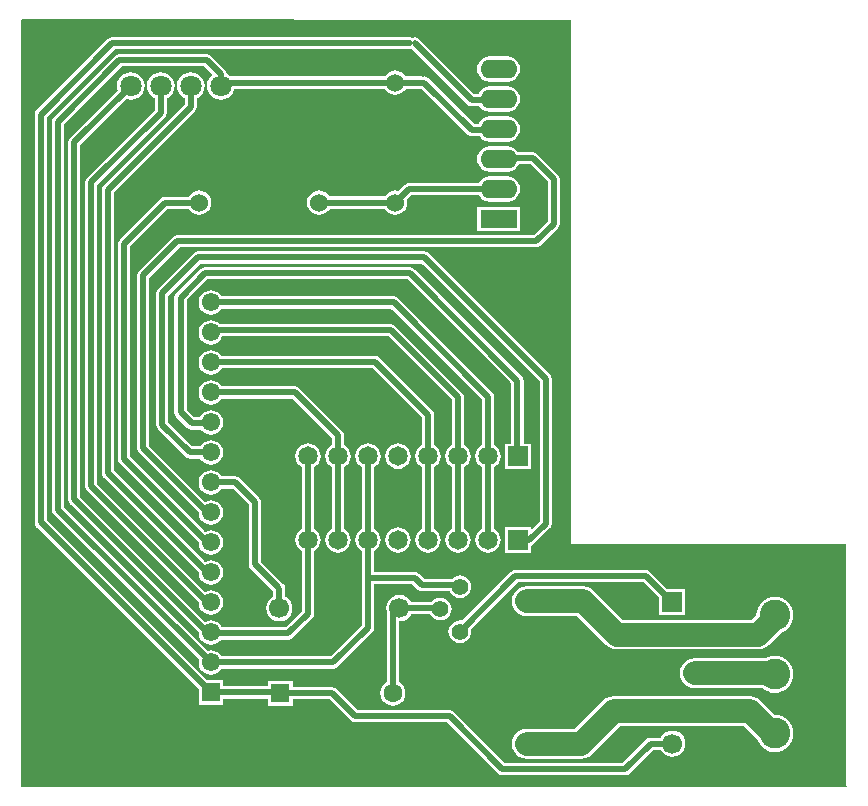
<source format=gbl>
G04 Layer_Physical_Order=2*
G04 Layer_Color=11436288*
%FSLAX44Y44*%
%MOMM*%
G71*
G01*
G75*
%ADD10O,3.1240X1.6000*%
%ADD11R,3.1240X1.6000*%
%ADD12C,0.5000*%
%ADD13C,2.0000*%
%ADD14C,2.6000*%
%ADD15C,1.4000*%
%ADD16C,1.7000*%
%ADD17R,1.7000X1.7000*%
%ADD18R,1.6000X1.6000*%
%ADD19C,1.6000*%
%ADD20R,1.5500X1.5500*%
%ADD21C,1.5500*%
%ADD22C,1.5240*%
%ADD23C,1.6510*%
%ADD24R,1.6510X1.6510*%
%ADD25C,1.8000*%
G36*
X805180Y912697D02*
Y468630D01*
X805180Y468630D01*
X1037590D01*
Y264848D01*
X1038860Y263578D01*
X1038540Y263257D01*
X339095D01*
Y912422D01*
X339803Y913130D01*
X805180Y912697D01*
D02*
G37*
%LPC*%
G36*
X483108Y868382D02*
X480095Y867985D01*
X477288Y866822D01*
X474878Y864972D01*
X473028Y862562D01*
X471865Y859754D01*
X471468Y856742D01*
X471865Y853729D01*
X473028Y850922D01*
X474878Y848512D01*
X477288Y846662D01*
X477969Y846380D01*
Y840836D01*
X409116Y771984D01*
X408002Y770316D01*
X407611Y768350D01*
Y529198D01*
X408002Y527232D01*
X409116Y525565D01*
X489768Y444913D01*
X489747Y444754D01*
X490101Y442068D01*
X491138Y439565D01*
X492787Y437415D01*
X494937Y435766D01*
X497440Y434729D01*
X500126Y434375D01*
X502812Y434729D01*
X505315Y435766D01*
X507465Y437415D01*
X509114Y439565D01*
X510151Y442068D01*
X510505Y444754D01*
X510151Y447440D01*
X509114Y449943D01*
X507465Y452093D01*
X505315Y453742D01*
X502812Y454779D01*
X500126Y455133D01*
X497440Y454779D01*
X495316Y453899D01*
X417889Y531327D01*
Y766221D01*
X486742Y835074D01*
X487856Y836741D01*
X488247Y838708D01*
Y846380D01*
X488928Y846662D01*
X491338Y848512D01*
X493188Y850922D01*
X494351Y853729D01*
X494748Y856742D01*
X494351Y859754D01*
X493188Y862562D01*
X491338Y864972D01*
X488928Y866822D01*
X486120Y867985D01*
X483108Y868382D01*
D02*
G37*
G36*
X457708Y868381D02*
X454696Y867984D01*
X451888Y866821D01*
X449478Y864971D01*
X447628Y862561D01*
X446465Y859753D01*
X446068Y856741D01*
X446465Y853728D01*
X447628Y850921D01*
X449478Y848511D01*
X451888Y846661D01*
X452569Y846379D01*
Y836011D01*
X395146Y778588D01*
X394032Y776920D01*
X393641Y774954D01*
Y517768D01*
X394032Y515802D01*
X395146Y514135D01*
X489768Y419513D01*
X489747Y419354D01*
X490101Y416668D01*
X491138Y414165D01*
X492787Y412015D01*
X494937Y410366D01*
X497440Y409329D01*
X500126Y408975D01*
X502812Y409329D01*
X505315Y410366D01*
X507465Y412015D01*
X509114Y414165D01*
X510151Y416668D01*
X510505Y419354D01*
X510151Y422040D01*
X509114Y424543D01*
X507465Y426693D01*
X505315Y428342D01*
X502812Y429379D01*
X500126Y429733D01*
X497440Y429379D01*
X495316Y428499D01*
X403919Y519897D01*
Y772825D01*
X461342Y830248D01*
X462086Y831362D01*
X462456Y831916D01*
X462847Y833882D01*
Y846379D01*
X463528Y846661D01*
X465938Y848511D01*
X467788Y850921D01*
X468951Y853728D01*
X469347Y856741D01*
X468951Y859753D01*
X467788Y862561D01*
X465938Y864971D01*
X463528Y866821D01*
X460720Y867984D01*
X457708Y868381D01*
D02*
G37*
G36*
X500126Y607533D02*
X497440Y607179D01*
X494937Y606142D01*
X492787Y604493D01*
X491138Y602343D01*
X490101Y599840D01*
X489747Y597154D01*
X490101Y594468D01*
X491138Y591965D01*
X492787Y589815D01*
X494937Y588166D01*
X497440Y587129D01*
X500126Y586775D01*
X502812Y587129D01*
X505315Y588166D01*
X507465Y589815D01*
X509114Y591965D01*
X509135Y592015D01*
X569371D01*
X602683Y558703D01*
Y552608D01*
X602378Y552481D01*
X600123Y550751D01*
X598393Y548496D01*
X597305Y545870D01*
X596934Y543052D01*
X597305Y540234D01*
X598393Y537608D01*
X600123Y535353D01*
X602378Y533623D01*
X602683Y533496D01*
Y481742D01*
X602378Y481615D01*
X600123Y479885D01*
X598393Y477630D01*
X597305Y475004D01*
X596934Y472186D01*
X597305Y469368D01*
X598393Y466742D01*
X600123Y464487D01*
X602378Y462757D01*
X605004Y461669D01*
X607822Y461298D01*
X610640Y461669D01*
X613266Y462757D01*
X615521Y464487D01*
X617251Y466742D01*
X618339Y469368D01*
X618710Y472186D01*
X618339Y475004D01*
X617251Y477630D01*
X615521Y479885D01*
X613266Y481615D01*
X612961Y481742D01*
Y533496D01*
X613266Y533623D01*
X615521Y535353D01*
X617251Y537608D01*
X618339Y540234D01*
X618710Y543052D01*
X618339Y545870D01*
X617251Y548496D01*
X615521Y550751D01*
X613266Y552481D01*
X612961Y552608D01*
Y560832D01*
X612570Y562799D01*
X611456Y564466D01*
X575134Y600788D01*
X573466Y601902D01*
X571500Y602293D01*
X509135D01*
X509114Y602343D01*
X507465Y604493D01*
X505315Y606142D01*
X502812Y607179D01*
X500126Y607533D01*
D02*
G37*
G36*
Y632933D02*
X497440Y632579D01*
X494937Y631542D01*
X492787Y629893D01*
X491138Y627743D01*
X490101Y625240D01*
X489747Y622554D01*
X490101Y619868D01*
X491138Y617365D01*
X492787Y615215D01*
X494937Y613566D01*
X497440Y612529D01*
X500126Y612175D01*
X502812Y612529D01*
X505315Y613566D01*
X507465Y615215D01*
X509114Y617365D01*
X509346Y617923D01*
X637189D01*
X678883Y576230D01*
Y552608D01*
X678578Y552481D01*
X676323Y550751D01*
X674593Y548496D01*
X673505Y545870D01*
X673134Y543052D01*
X673505Y540234D01*
X674593Y537608D01*
X676323Y535353D01*
X678578Y533623D01*
X678883Y533496D01*
Y481742D01*
X678578Y481615D01*
X676323Y479885D01*
X674593Y477630D01*
X673505Y475004D01*
X673134Y472186D01*
X673505Y469368D01*
X674593Y466742D01*
X676323Y464487D01*
X678578Y462757D01*
X681204Y461669D01*
X684022Y461298D01*
X686840Y461669D01*
X689466Y462757D01*
X691721Y464487D01*
X693451Y466742D01*
X694539Y469368D01*
X694910Y472186D01*
X694539Y475004D01*
X693451Y477630D01*
X691721Y479885D01*
X689466Y481615D01*
X689161Y481742D01*
Y533496D01*
X689466Y533623D01*
X691721Y535353D01*
X693451Y537608D01*
X694539Y540234D01*
X694910Y543052D01*
X694539Y545870D01*
X693451Y548496D01*
X691721Y550751D01*
X689466Y552481D01*
X689161Y552608D01*
Y578358D01*
X688770Y580325D01*
X687656Y581992D01*
X642952Y626696D01*
X641284Y627810D01*
X639318Y628201D01*
X508763D01*
X507465Y629893D01*
X505315Y631542D01*
X502812Y632579D01*
X500126Y632933D01*
D02*
G37*
G36*
X658622Y483074D02*
X655804Y482703D01*
X653178Y481615D01*
X650923Y479885D01*
X649193Y477630D01*
X648105Y475004D01*
X647734Y472186D01*
X648105Y469368D01*
X649193Y466742D01*
X650923Y464487D01*
X653178Y462757D01*
X655804Y461669D01*
X658622Y461298D01*
X661440Y461669D01*
X664066Y462757D01*
X666321Y464487D01*
X668051Y466742D01*
X669139Y469368D01*
X669510Y472186D01*
X669139Y475004D01*
X668051Y477630D01*
X666321Y479885D01*
X664066Y481615D01*
X661440Y482703D01*
X658622Y483074D01*
D02*
G37*
G36*
X868426Y446845D02*
X757936D01*
X755969Y446454D01*
X754302Y445340D01*
X713027Y404064D01*
X710946Y404338D01*
X708456Y404010D01*
X706135Y403049D01*
X704142Y401520D01*
X702613Y399527D01*
X701652Y397206D01*
X701324Y394716D01*
X701652Y392226D01*
X702613Y389905D01*
X704142Y387912D01*
X706135Y386383D01*
X708456Y385422D01*
X710946Y385094D01*
X713436Y385422D01*
X715757Y386383D01*
X717750Y387912D01*
X719279Y389905D01*
X720240Y392226D01*
X720568Y394716D01*
X720294Y396797D01*
X760064Y436567D01*
X866298D01*
X879230Y423635D01*
Y408822D01*
X901310D01*
Y430902D01*
X886497D01*
X872060Y445340D01*
X870393Y446454D01*
X868426Y446845D01*
D02*
G37*
G36*
X977646Y374009D02*
X974600Y373709D01*
X971670Y372821D01*
X970244Y372058D01*
X909828D01*
X906554Y371627D01*
X903504Y370364D01*
X900884Y368354D01*
X898874Y365734D01*
X897611Y362684D01*
X897180Y359410D01*
X897611Y356136D01*
X898874Y353086D01*
X900884Y350466D01*
X903504Y348456D01*
X906554Y347193D01*
X909828Y346762D01*
X967324D01*
X968971Y345410D01*
X971670Y343968D01*
X974600Y343079D01*
X977646Y342779D01*
X980692Y343079D01*
X983622Y343968D01*
X986321Y345410D01*
X988688Y347352D01*
X990630Y349719D01*
X992073Y352418D01*
X992961Y355348D01*
X993261Y358394D01*
X992961Y361440D01*
X992073Y364370D01*
X990630Y367069D01*
X988688Y369436D01*
X986321Y371377D01*
X983622Y372821D01*
X980692Y373709D01*
X977646Y374009D01*
D02*
G37*
G36*
X956348Y340054D02*
X956348Y340054D01*
X841248D01*
X841248Y340054D01*
X837974Y339623D01*
X834924Y338360D01*
X832304Y336350D01*
X832304Y336349D01*
X808323Y312368D01*
X767588D01*
X764314Y311937D01*
X761264Y310674D01*
X758644Y308664D01*
X756634Y306044D01*
X755371Y302994D01*
X754940Y299720D01*
X755371Y296446D01*
X756634Y293396D01*
X758644Y290776D01*
X761264Y288766D01*
X764314Y287503D01*
X767588Y287072D01*
X813562D01*
X813562Y287072D01*
X816836Y287503D01*
X819886Y288766D01*
X822506Y290776D01*
X846487Y314758D01*
X951109D01*
X963120Y302747D01*
X963220Y302418D01*
X964662Y299719D01*
X966604Y297352D01*
X968971Y295410D01*
X971670Y293967D01*
X974600Y293079D01*
X977646Y292779D01*
X980692Y293079D01*
X983622Y293967D01*
X986321Y295410D01*
X988688Y297352D01*
X990630Y299719D01*
X992073Y302418D01*
X992961Y305348D01*
X993261Y308394D01*
X992961Y311440D01*
X992073Y314370D01*
X990630Y317069D01*
X988688Y319436D01*
X986321Y321377D01*
X983622Y322821D01*
X980692Y323709D01*
X977646Y324009D01*
X977633Y324008D01*
X965292Y336350D01*
X962672Y338360D01*
X959622Y339623D01*
X956348Y340054D01*
D02*
G37*
G36*
X815594Y433018D02*
X815594Y433018D01*
X767588D01*
X764314Y432587D01*
X761264Y431324D01*
X758644Y429314D01*
X756634Y426694D01*
X755371Y423644D01*
X754940Y420370D01*
X755371Y417096D01*
X756634Y414046D01*
X758644Y411426D01*
X761264Y409416D01*
X764314Y408153D01*
X767588Y407722D01*
X810355D01*
X834844Y383232D01*
X837464Y381222D01*
X840514Y379959D01*
X843788Y379528D01*
X843788Y379528D01*
X963714D01*
X963714Y379528D01*
X966988Y379959D01*
X970038Y381222D01*
X972658Y383232D01*
X983293Y393868D01*
X983622Y393968D01*
X986321Y395410D01*
X988688Y397352D01*
X990630Y399719D01*
X992073Y402418D01*
X992961Y405348D01*
X993261Y408394D01*
X992961Y411440D01*
X992073Y414370D01*
X990630Y417069D01*
X988688Y419436D01*
X986321Y421377D01*
X983622Y422821D01*
X980692Y423709D01*
X977646Y424009D01*
X974600Y423709D01*
X971670Y422821D01*
X968971Y421377D01*
X966604Y419436D01*
X964662Y417069D01*
X963220Y414370D01*
X962331Y411440D01*
X962031Y408394D01*
X962032Y408381D01*
X958475Y404824D01*
X849027D01*
X824538Y429314D01*
X821918Y431324D01*
X818868Y432587D01*
X815594Y433018D01*
D02*
G37*
G36*
X659638Y425663D02*
X656756Y425284D01*
X654070Y424171D01*
X651764Y422402D01*
X649995Y420096D01*
X648882Y417410D01*
X648503Y414528D01*
X648882Y411646D01*
X649113Y411088D01*
Y351672D01*
X648936Y351599D01*
X646735Y349909D01*
X645045Y347707D01*
X643983Y345144D01*
X643621Y342392D01*
X643983Y339641D01*
X645045Y337076D01*
X646735Y334875D01*
X648936Y333185D01*
X651500Y332123D01*
X654252Y331761D01*
X657003Y332123D01*
X659567Y333185D01*
X661769Y334875D01*
X663459Y337076D01*
X664521Y339641D01*
X664883Y342392D01*
X664521Y345144D01*
X663459Y347707D01*
X661769Y349909D01*
X659567Y351599D01*
X659391Y351672D01*
Y403425D01*
X659638Y403393D01*
X662520Y403772D01*
X665206Y404885D01*
X667512Y406654D01*
X669281Y408960D01*
X669459Y409389D01*
X685923D01*
X686103Y408955D01*
X687632Y406962D01*
X689625Y405433D01*
X691946Y404472D01*
X694436Y404144D01*
X696926Y404472D01*
X699247Y405433D01*
X701240Y406962D01*
X702769Y408955D01*
X703730Y411276D01*
X704058Y413766D01*
X703730Y416256D01*
X702769Y418577D01*
X701240Y420570D01*
X699247Y422099D01*
X696926Y423060D01*
X694436Y423388D01*
X691946Y423060D01*
X689625Y422099D01*
X687632Y420570D01*
X686939Y419667D01*
X669459D01*
X669281Y420096D01*
X667512Y422402D01*
X665206Y424171D01*
X662520Y425284D01*
X659638Y425663D01*
D02*
G37*
G36*
X500126Y531333D02*
X497440Y530979D01*
X494937Y529942D01*
X492787Y528293D01*
X491138Y526143D01*
X490101Y523640D01*
X489747Y520954D01*
X490101Y518268D01*
X491138Y515765D01*
X492787Y513615D01*
X494937Y511966D01*
X497440Y510929D01*
X500126Y510575D01*
X502812Y510929D01*
X505315Y511966D01*
X507465Y513615D01*
X509114Y515765D01*
X509135Y515815D01*
X518825D01*
X532325Y502315D01*
Y451612D01*
X532716Y449646D01*
X533830Y447978D01*
X552899Y428909D01*
Y424349D01*
X552470Y424171D01*
X550164Y422402D01*
X548395Y420096D01*
X547282Y417410D01*
X546903Y414528D01*
X547282Y411646D01*
X548395Y408960D01*
X550164Y406654D01*
X552470Y404885D01*
X555156Y403772D01*
X558038Y403393D01*
X560920Y403772D01*
X563606Y404885D01*
X565912Y406654D01*
X567681Y408960D01*
X568794Y411646D01*
X569173Y414528D01*
X568794Y417410D01*
X567681Y420096D01*
X565912Y422402D01*
X563606Y424171D01*
X563177Y424349D01*
Y431038D01*
X562786Y433004D01*
X561672Y434672D01*
X560910Y435180D01*
X560402Y435942D01*
X542603Y453741D01*
Y504444D01*
X542212Y506410D01*
X541098Y508078D01*
X524588Y524588D01*
X522920Y525702D01*
X520954Y526093D01*
X509135D01*
X509114Y526143D01*
X507465Y528293D01*
X505315Y529942D01*
X502812Y530979D01*
X500126Y531333D01*
D02*
G37*
G36*
Y658333D02*
X497440Y657979D01*
X494937Y656942D01*
X492787Y655293D01*
X491138Y653143D01*
X490101Y650640D01*
X489747Y647954D01*
X490101Y645268D01*
X491138Y642765D01*
X492787Y640615D01*
X494937Y638966D01*
X497440Y637929D01*
X500126Y637575D01*
X502812Y637929D01*
X505315Y638966D01*
X507465Y640615D01*
X509114Y642765D01*
X509872Y644593D01*
X650651D01*
X704283Y590961D01*
Y552608D01*
X703978Y552481D01*
X701723Y550751D01*
X699993Y548496D01*
X698905Y545870D01*
X698534Y543052D01*
X698905Y540234D01*
X699993Y537608D01*
X701723Y535353D01*
X703978Y533623D01*
X704283Y533496D01*
Y481742D01*
X703978Y481615D01*
X701723Y479885D01*
X699993Y477630D01*
X698905Y475004D01*
X698534Y472186D01*
X698905Y469368D01*
X699993Y466742D01*
X701723Y464487D01*
X703978Y462757D01*
X706604Y461669D01*
X709422Y461298D01*
X712240Y461669D01*
X714866Y462757D01*
X717121Y464487D01*
X718851Y466742D01*
X719939Y469368D01*
X720310Y472186D01*
X719939Y475004D01*
X718851Y477630D01*
X717121Y479885D01*
X714866Y481615D01*
X714561Y481742D01*
Y533496D01*
X714866Y533623D01*
X717121Y535353D01*
X718851Y537608D01*
X719939Y540234D01*
X720310Y543052D01*
X719939Y545870D01*
X718851Y548496D01*
X717121Y550751D01*
X714866Y552481D01*
X714561Y552608D01*
Y593090D01*
X714170Y595056D01*
X713056Y596724D01*
X656414Y653366D01*
X654746Y654480D01*
X652780Y654871D01*
X507789D01*
X507465Y655293D01*
X505315Y656942D01*
X502812Y657979D01*
X500126Y658333D01*
D02*
G37*
G36*
X496824Y883471D02*
X422402D01*
X420435Y883080D01*
X418768Y881966D01*
X366952Y830150D01*
X365838Y828483D01*
X365447Y826516D01*
Y497967D01*
X365838Y496001D01*
X366952Y494333D01*
X367335Y494078D01*
X490122Y371291D01*
X490101Y371240D01*
X489747Y368554D01*
X490101Y365868D01*
X491138Y363365D01*
X492787Y361215D01*
X494937Y359566D01*
X497440Y358529D01*
X500126Y358175D01*
X502812Y358529D01*
X505315Y359566D01*
X507465Y361215D01*
X509114Y363365D01*
X509135Y363415D01*
X603758D01*
X605724Y363806D01*
X607392Y364920D01*
X636856Y394384D01*
X637970Y396051D01*
X638361Y398018D01*
Y435043D01*
X670717D01*
X675562Y430198D01*
X677230Y429084D01*
X679196Y428693D01*
X702328D01*
X702613Y428005D01*
X704142Y426012D01*
X706135Y424483D01*
X708456Y423522D01*
X710946Y423194D01*
X713436Y423522D01*
X715757Y424483D01*
X717750Y426012D01*
X719279Y428005D01*
X720240Y430326D01*
X720568Y432816D01*
X720240Y435306D01*
X719279Y437627D01*
X717750Y439620D01*
X715757Y441149D01*
X713436Y442110D01*
X710946Y442438D01*
X708456Y442110D01*
X706135Y441149D01*
X704142Y439620D01*
X703644Y438971D01*
X681324D01*
X676480Y443816D01*
X674812Y444930D01*
X672846Y445321D01*
X638361D01*
Y462630D01*
X638666Y462757D01*
X640921Y464487D01*
X642651Y466742D01*
X643739Y469368D01*
X644110Y472186D01*
X643739Y475004D01*
X642651Y477630D01*
X640921Y479885D01*
X638666Y481615D01*
X638361Y481742D01*
Y533496D01*
X638666Y533623D01*
X640921Y535353D01*
X642651Y537608D01*
X643739Y540234D01*
X644110Y543052D01*
X643739Y545870D01*
X642651Y548496D01*
X640921Y550751D01*
X638666Y552481D01*
X636040Y553569D01*
X633222Y553940D01*
X630404Y553569D01*
X627778Y552481D01*
X625523Y550751D01*
X623793Y548496D01*
X622705Y545870D01*
X622334Y543052D01*
X622705Y540234D01*
X623793Y537608D01*
X625523Y535353D01*
X627778Y533623D01*
X628083Y533496D01*
Y481742D01*
X627778Y481615D01*
X625523Y479885D01*
X623793Y477630D01*
X622705Y475004D01*
X622334Y472186D01*
X622705Y469368D01*
X623793Y466742D01*
X625523Y464487D01*
X627778Y462757D01*
X628083Y462630D01*
Y440182D01*
Y400146D01*
X601629Y373693D01*
X509135D01*
X509114Y373743D01*
X507465Y375893D01*
X505315Y377542D01*
X502812Y378579D01*
X500126Y378933D01*
X497440Y378579D01*
X497389Y378558D01*
X375725Y500223D01*
Y824388D01*
X424530Y873193D01*
X494696D01*
X501771Y866118D01*
X500278Y864972D01*
X498428Y862562D01*
X497265Y859754D01*
X496868Y856742D01*
X497265Y853729D01*
X498428Y850922D01*
X500278Y848512D01*
X502688Y846662D01*
X505495Y845499D01*
X508508Y845102D01*
X511521Y845499D01*
X514328Y846662D01*
X516738Y848512D01*
X518588Y850922D01*
X519751Y853729D01*
X519839Y854397D01*
X647473D01*
X649090Y852290D01*
X651212Y850661D01*
X653684Y849638D01*
X656336Y849288D01*
X658988Y849638D01*
X661460Y850661D01*
X663582Y852290D01*
X665199Y854397D01*
X678592D01*
X717599Y815389D01*
X719267Y814275D01*
X721233Y813884D01*
X727627D01*
X728575Y812649D01*
X730777Y810959D01*
X733341Y809897D01*
X736092Y809535D01*
X751332D01*
X754083Y809897D01*
X756647Y810959D01*
X758849Y812649D01*
X760539Y814850D01*
X761601Y817414D01*
X761963Y820166D01*
X761601Y822917D01*
X760539Y825481D01*
X758849Y827683D01*
X756647Y829373D01*
X754083Y830435D01*
X751332Y830797D01*
X736092D01*
X733341Y830435D01*
X730777Y829373D01*
X728575Y827683D01*
X726885Y825481D01*
X726339Y824162D01*
X723362D01*
X684354Y863170D01*
X682686Y864284D01*
X680720Y864675D01*
X679704Y864473D01*
X678688Y864675D01*
X665199D01*
X663582Y866782D01*
X661460Y868411D01*
X658988Y869435D01*
X656336Y869784D01*
X653684Y869435D01*
X651212Y868411D01*
X649090Y866782D01*
X647473Y864675D01*
X516967D01*
X516738Y864972D01*
X514328Y866822D01*
X513548Y867145D01*
X513256Y868615D01*
X512142Y870282D01*
X500458Y881966D01*
X498791Y883080D01*
X496824Y883471D01*
D02*
G37*
G36*
X751332Y779997D02*
X736092D01*
X733341Y779635D01*
X730777Y778573D01*
X728575Y776883D01*
X726885Y774681D01*
X726812Y774505D01*
X667766D01*
X665799Y774114D01*
X664132Y773000D01*
X658970Y767837D01*
X656336Y768184D01*
X653684Y767834D01*
X651212Y766811D01*
X649090Y765182D01*
X647473Y763075D01*
X600683D01*
X599066Y765182D01*
X596944Y766811D01*
X594472Y767834D01*
X591820Y768184D01*
X589168Y767834D01*
X586696Y766811D01*
X584574Y765182D01*
X582945Y763060D01*
X581922Y760588D01*
X581572Y757936D01*
X581922Y755284D01*
X582945Y752812D01*
X584574Y750690D01*
X586696Y749061D01*
X589168Y748037D01*
X591820Y747688D01*
X594472Y748037D01*
X596944Y749061D01*
X599066Y750690D01*
X600683Y752797D01*
X647473D01*
X649090Y750690D01*
X651212Y749061D01*
X653684Y748037D01*
X656336Y747688D01*
X658988Y748037D01*
X661460Y749061D01*
X663582Y750690D01*
X665211Y752812D01*
X666235Y755284D01*
X666584Y757936D01*
X666237Y760570D01*
X669894Y764227D01*
X726812D01*
X726885Y764051D01*
X728575Y761849D01*
X730777Y760159D01*
X733341Y759097D01*
X736092Y758735D01*
X751332D01*
X754083Y759097D01*
X756647Y760159D01*
X758849Y761849D01*
X760539Y764051D01*
X761601Y766615D01*
X761963Y769366D01*
X761601Y772117D01*
X760539Y774681D01*
X758849Y776883D01*
X756647Y778573D01*
X754083Y779635D01*
X751332Y779997D01*
D02*
G37*
G36*
X490220Y768184D02*
X487568Y767834D01*
X485096Y766811D01*
X482974Y765182D01*
X481345Y763060D01*
X481299Y762948D01*
X461391D01*
X459425Y762557D01*
X457757Y761443D01*
X422832Y726518D01*
X421718Y724850D01*
X421327Y722884D01*
Y540882D01*
X421718Y538916D01*
X422832Y537249D01*
X489768Y470313D01*
X489747Y470154D01*
X490101Y467468D01*
X491138Y464965D01*
X492787Y462815D01*
X494937Y461166D01*
X497440Y460129D01*
X500126Y459775D01*
X502812Y460129D01*
X505315Y461166D01*
X507465Y462815D01*
X509114Y464965D01*
X510151Y467468D01*
X510505Y470154D01*
X510151Y472840D01*
X509114Y475343D01*
X507465Y477493D01*
X505315Y479142D01*
X502812Y480179D01*
X500126Y480533D01*
X497440Y480179D01*
X495316Y479300D01*
X431605Y543011D01*
Y720755D01*
X463520Y752670D01*
X481454D01*
X482974Y750690D01*
X485096Y749061D01*
X487568Y748037D01*
X490220Y747688D01*
X492872Y748037D01*
X495344Y749061D01*
X497466Y750690D01*
X499095Y752812D01*
X500118Y755284D01*
X500468Y757936D01*
X500118Y760588D01*
X499095Y763060D01*
X497466Y765182D01*
X495344Y766811D01*
X492872Y767834D01*
X490220Y768184D01*
D02*
G37*
G36*
X672592Y897949D02*
X670626Y897558D01*
X670560Y897514D01*
X670495Y897558D01*
X668528Y897949D01*
X416560D01*
X414594Y897558D01*
X412926Y896444D01*
X352474Y835992D01*
X351360Y834324D01*
X350969Y832358D01*
Y487172D01*
X351360Y485205D01*
X352474Y483538D01*
X489836Y346177D01*
Y332864D01*
X510416D01*
Y338015D01*
X548312D01*
Y331852D01*
X569392D01*
Y337253D01*
X600868D01*
X618666Y319454D01*
X620334Y318340D01*
X622300Y317949D01*
X700182D01*
X743380Y274750D01*
X745048Y273636D01*
X747014Y273245D01*
X851154D01*
X853120Y273636D01*
X854788Y274750D01*
X874619Y294581D01*
X880957D01*
X881135Y294152D01*
X882904Y291846D01*
X885210Y290077D01*
X887896Y288964D01*
X890778Y288585D01*
X893660Y288964D01*
X896346Y290077D01*
X898652Y291846D01*
X900421Y294152D01*
X901534Y296838D01*
X901913Y299720D01*
X901534Y302602D01*
X900421Y305288D01*
X898652Y307594D01*
X896346Y309363D01*
X893660Y310476D01*
X890778Y310855D01*
X887896Y310476D01*
X885210Y309363D01*
X882904Y307594D01*
X881135Y305288D01*
X880957Y304859D01*
X872490D01*
X870524Y304468D01*
X868856Y303354D01*
X849025Y283523D01*
X749143D01*
X705944Y326722D01*
X704277Y327836D01*
X702310Y328227D01*
X624428D01*
X606630Y346026D01*
X604963Y347140D01*
X602996Y347531D01*
X569392D01*
Y352932D01*
X548312D01*
Y348293D01*
X510416D01*
Y353444D01*
X497103D01*
X361247Y489300D01*
Y830229D01*
X418689Y887671D01*
X668528D01*
X670142Y887992D01*
X717218Y840916D01*
X718885Y839802D01*
X720852Y839411D01*
X727529D01*
X728575Y838049D01*
X730777Y836359D01*
X733341Y835297D01*
X736092Y834935D01*
X751332D01*
X754083Y835297D01*
X756647Y836359D01*
X758849Y838049D01*
X760539Y840250D01*
X761601Y842814D01*
X761963Y845566D01*
X761601Y848317D01*
X760539Y850882D01*
X758849Y853083D01*
X756647Y854773D01*
X754083Y855835D01*
X751332Y856197D01*
X736092D01*
X733341Y855835D01*
X730777Y854773D01*
X728575Y853083D01*
X726885Y850882D01*
X726391Y849689D01*
X722980D01*
X676226Y896444D01*
X674558Y897558D01*
X672592Y897949D01*
D02*
G37*
G36*
X751332Y881597D02*
X736092D01*
X733341Y881235D01*
X730777Y880173D01*
X728575Y878483D01*
X726885Y876282D01*
X725823Y873717D01*
X725461Y870966D01*
X725823Y868214D01*
X726885Y865650D01*
X728575Y863449D01*
X730777Y861759D01*
X733341Y860697D01*
X736092Y860335D01*
X751332D01*
X754083Y860697D01*
X756647Y861759D01*
X758849Y863449D01*
X760539Y865650D01*
X761601Y868214D01*
X761963Y870966D01*
X761601Y873717D01*
X760539Y876282D01*
X758849Y878483D01*
X756647Y880173D01*
X754083Y881235D01*
X751332Y881597D01*
D02*
G37*
G36*
X432308Y868382D02*
X429296Y867985D01*
X426488Y866822D01*
X424078Y864972D01*
X422228Y862562D01*
X421065Y859754D01*
X420668Y856742D01*
X421065Y853729D01*
X421347Y853048D01*
X380922Y812624D01*
X379808Y810956D01*
X379417Y808990D01*
Y506592D01*
X379808Y504626D01*
X380922Y502959D01*
X489768Y394113D01*
X489747Y393954D01*
X490101Y391268D01*
X491138Y388765D01*
X492787Y386615D01*
X494937Y384966D01*
X497440Y383929D01*
X500126Y383575D01*
X502812Y383929D01*
X505315Y384966D01*
X507465Y386615D01*
X508501Y387965D01*
X565824D01*
X567791Y388357D01*
X569458Y389470D01*
X586056Y406068D01*
X587170Y407735D01*
X587561Y409702D01*
Y462630D01*
X587866Y462757D01*
X590121Y464487D01*
X591851Y466742D01*
X592939Y469368D01*
X593310Y472186D01*
X592939Y475004D01*
X591851Y477630D01*
X590121Y479885D01*
X587866Y481615D01*
X587561Y481742D01*
Y533496D01*
X587866Y533623D01*
X590121Y535353D01*
X591851Y537608D01*
X592939Y540234D01*
X593310Y543052D01*
X592939Y545870D01*
X591851Y548496D01*
X590121Y550751D01*
X587866Y552481D01*
X585240Y553569D01*
X582422Y553940D01*
X579604Y553569D01*
X576978Y552481D01*
X574723Y550751D01*
X572993Y548496D01*
X571905Y545870D01*
X571534Y543052D01*
X571905Y540234D01*
X572993Y537608D01*
X574723Y535353D01*
X576978Y533623D01*
X577283Y533496D01*
Y481742D01*
X576978Y481615D01*
X574723Y479885D01*
X572993Y477630D01*
X571905Y475004D01*
X571534Y472186D01*
X571905Y469368D01*
X572993Y466742D01*
X574723Y464487D01*
X576978Y462757D01*
X577283Y462630D01*
Y411830D01*
X563696Y398243D01*
X509487D01*
X509114Y399143D01*
X507465Y401293D01*
X505315Y402942D01*
X502812Y403979D01*
X500126Y404333D01*
X497440Y403979D01*
X495316Y403100D01*
X389695Y508721D01*
Y806861D01*
X428614Y845781D01*
X429296Y845499D01*
X432308Y845102D01*
X435321Y845499D01*
X438128Y846662D01*
X440538Y848512D01*
X442388Y850922D01*
X443551Y853729D01*
X443947Y856742D01*
X443551Y859754D01*
X442388Y862562D01*
X440538Y864972D01*
X438128Y866822D01*
X435321Y867985D01*
X432308Y868382D01*
D02*
G37*
G36*
X658622Y553940D02*
X655804Y553569D01*
X653178Y552481D01*
X650923Y550751D01*
X649193Y548496D01*
X648105Y545870D01*
X647734Y543052D01*
X648105Y540234D01*
X649193Y537608D01*
X650923Y535353D01*
X653178Y533623D01*
X655804Y532535D01*
X658622Y532164D01*
X661440Y532535D01*
X664066Y533623D01*
X666321Y535353D01*
X668051Y537608D01*
X669139Y540234D01*
X669510Y543052D01*
X669139Y545870D01*
X668051Y548496D01*
X666321Y550751D01*
X664066Y552481D01*
X661440Y553569D01*
X658622Y553940D01*
D02*
G37*
G36*
X680974Y716593D02*
X489204D01*
X487238Y716202D01*
X485570Y715088D01*
X455344Y684862D01*
X454230Y683195D01*
X453839Y681228D01*
Y569722D01*
X454230Y567756D01*
X455344Y566088D01*
X478712Y542720D01*
X479826Y541976D01*
X480379Y541606D01*
X482346Y541215D01*
X491117D01*
X491138Y541165D01*
X492787Y539015D01*
X494937Y537366D01*
X497440Y536329D01*
X500126Y535975D01*
X502812Y536329D01*
X505315Y537366D01*
X507465Y539015D01*
X509114Y541165D01*
X510151Y543668D01*
X510505Y546354D01*
X510151Y549040D01*
X509114Y551543D01*
X507465Y553693D01*
X505315Y555342D01*
X502812Y556379D01*
X500126Y556733D01*
X497440Y556379D01*
X494937Y555342D01*
X492787Y553693D01*
X491138Y551543D01*
X491117Y551493D01*
X484474D01*
X464117Y571851D01*
Y679100D01*
X491333Y706315D01*
X678846D01*
X778451Y606710D01*
Y488284D01*
X771017Y480850D01*
Y482981D01*
X749427D01*
Y461391D01*
X771017D01*
Y467325D01*
X771587Y467438D01*
X773254Y468552D01*
X787224Y482522D01*
X787968Y483636D01*
X788338Y484189D01*
X788729Y486156D01*
Y608838D01*
X788338Y610804D01*
X787224Y612472D01*
X684608Y715088D01*
X682941Y716202D01*
X680974Y716593D01*
D02*
G37*
G36*
X500126Y683733D02*
X497440Y683379D01*
X494937Y682342D01*
X492787Y680693D01*
X491138Y678543D01*
X490101Y676040D01*
X489747Y673354D01*
X490101Y670668D01*
X491138Y668165D01*
X492787Y666015D01*
X494937Y664366D01*
X497440Y663329D01*
X500126Y662975D01*
X502812Y663329D01*
X505315Y664366D01*
X507465Y666015D01*
X509114Y668165D01*
X509135Y668215D01*
X652937D01*
X729683Y591469D01*
Y552608D01*
X729378Y552481D01*
X727123Y550751D01*
X725393Y548496D01*
X724305Y545870D01*
X723934Y543052D01*
X724305Y540234D01*
X725393Y537608D01*
X727123Y535353D01*
X729378Y533623D01*
X729683Y533496D01*
Y481742D01*
X729378Y481615D01*
X727123Y479885D01*
X725393Y477630D01*
X724305Y475004D01*
X723934Y472186D01*
X724305Y469368D01*
X725393Y466742D01*
X727123Y464487D01*
X729378Y462757D01*
X732004Y461669D01*
X734822Y461298D01*
X737640Y461669D01*
X740266Y462757D01*
X742521Y464487D01*
X744251Y466742D01*
X745339Y469368D01*
X745710Y472186D01*
X745339Y475004D01*
X744251Y477630D01*
X742521Y479885D01*
X740266Y481615D01*
X739961Y481742D01*
Y533496D01*
X740266Y533623D01*
X742521Y535353D01*
X744251Y537608D01*
X745339Y540234D01*
X745710Y543052D01*
X745339Y545870D01*
X744251Y548496D01*
X742521Y550751D01*
X740266Y552481D01*
X739961Y552608D01*
Y593598D01*
X739570Y595564D01*
X738456Y597232D01*
X658700Y676988D01*
X657032Y678102D01*
X655066Y678493D01*
X509135D01*
X509114Y678543D01*
X507465Y680693D01*
X505315Y682342D01*
X502812Y683379D01*
X500126Y683733D01*
D02*
G37*
G36*
X761872Y754506D02*
X725552D01*
Y733426D01*
X761872D01*
Y754506D01*
D02*
G37*
G36*
X751332Y805397D02*
X736092D01*
X733341Y805035D01*
X730777Y803973D01*
X728575Y802283D01*
X726885Y800081D01*
X725823Y797517D01*
X725461Y794766D01*
X725823Y792014D01*
X726885Y789451D01*
X728575Y787249D01*
X730777Y785559D01*
X733341Y784497D01*
X736092Y784135D01*
X751332D01*
X754083Y784497D01*
X756647Y785559D01*
X758849Y787249D01*
X760539Y789451D01*
X760928Y790389D01*
X770794D01*
X785309Y775873D01*
Y742284D01*
X773334Y730309D01*
X471678D01*
X469711Y729918D01*
X468044Y728804D01*
X439342Y700102D01*
X438228Y698435D01*
X437837Y696468D01*
Y549772D01*
X438228Y547806D01*
X439342Y546139D01*
X489768Y495713D01*
X489747Y495554D01*
X490101Y492868D01*
X491138Y490365D01*
X492787Y488215D01*
X494937Y486566D01*
X497440Y485529D01*
X500126Y485175D01*
X502812Y485529D01*
X505315Y486566D01*
X507465Y488215D01*
X509114Y490365D01*
X510151Y492868D01*
X510505Y495554D01*
X510151Y498240D01*
X509114Y500743D01*
X507465Y502893D01*
X505315Y504542D01*
X502812Y505579D01*
X500126Y505933D01*
X497440Y505579D01*
X495316Y504700D01*
X448115Y551901D01*
Y694340D01*
X473806Y720031D01*
X773684D01*
X774573Y720208D01*
X775462Y720031D01*
X777429Y720422D01*
X779096Y721536D01*
X794082Y736522D01*
X795196Y738189D01*
X795587Y740156D01*
Y778002D01*
X795196Y779968D01*
X794082Y781636D01*
X776556Y799162D01*
X774889Y800276D01*
X772922Y800667D01*
X760090D01*
X758849Y802283D01*
X756647Y803973D01*
X754083Y805035D01*
X751332Y805397D01*
D02*
G37*
G36*
X668782Y703131D02*
X495046D01*
X493079Y702740D01*
X491412Y701626D01*
X470838Y681052D01*
X469724Y679385D01*
X469333Y677418D01*
Y580214D01*
X469724Y578248D01*
X470838Y576581D01*
X480149Y567271D01*
X481816Y566157D01*
X483782Y565765D01*
X491751D01*
X492787Y564415D01*
X494937Y562766D01*
X497440Y561729D01*
X500126Y561375D01*
X502812Y561729D01*
X505315Y562766D01*
X507465Y564415D01*
X509114Y566565D01*
X510151Y569068D01*
X510505Y571754D01*
X510151Y574440D01*
X509114Y576943D01*
X507465Y579093D01*
X505315Y580742D01*
X502812Y581779D01*
X500126Y582133D01*
X497440Y581779D01*
X494937Y580742D01*
X492787Y579093D01*
X491138Y576943D01*
X490765Y576043D01*
X485911D01*
X479611Y582343D01*
Y675290D01*
X497174Y692853D01*
X666654D01*
X754575Y604931D01*
Y553847D01*
X749427D01*
Y532257D01*
X771017D01*
Y553847D01*
X764853D01*
Y607060D01*
X764462Y609026D01*
X763348Y610694D01*
X672416Y701626D01*
X670749Y702740D01*
X668782Y703131D01*
D02*
G37*
%LPD*%
D10*
X743712Y769366D02*
D03*
Y845566D02*
D03*
Y820166D02*
D03*
Y794766D02*
D03*
Y870966D02*
D03*
D11*
Y743966D02*
D03*
D12*
X622300Y323088D02*
X702310D01*
X872490Y299720D02*
X890778D01*
X868426Y441706D02*
X890270Y419862D01*
X757936Y441706D02*
X868426D01*
X710946Y394716D02*
X757936Y441706D01*
X602996Y342392D02*
X622300Y323088D01*
X558852Y342392D02*
X602996D01*
X659638Y414528D02*
X693674D01*
X679196Y433832D02*
X710184D01*
X672846Y440182D02*
X679196Y433832D01*
X633222Y440182D02*
Y472186D01*
Y398018D02*
Y440182D01*
X672846D01*
X603758Y368554D02*
X633222Y398018D01*
X500126Y368554D02*
X603758D01*
X582422Y409702D02*
Y472186D01*
X565824Y393104D02*
X582422Y409702D01*
X498044Y393104D02*
X565824D01*
X654252Y342392D02*
Y411480D01*
X500126Y343154D02*
X556260D01*
X720852Y844550D02*
X742696D01*
X672592Y892810D02*
X720852Y844550D01*
X416560Y892810D02*
X668528D01*
X356108Y832358D02*
X416560Y892810D01*
X356108Y487172D02*
Y832358D01*
Y487172D02*
X500126Y343154D01*
X370586Y497967D02*
Y826516D01*
X370713Y497967D02*
X500126Y368554D01*
X511302Y859536D02*
X678688D01*
X680720D02*
X721233Y819023D01*
X742569D01*
X537464Y451612D02*
X556768Y432308D01*
X537464Y451612D02*
Y504444D01*
X520954Y520954D02*
X537464Y504444D01*
X500126Y520954D02*
X520954D01*
X458978Y569722D02*
Y681228D01*
Y569722D02*
X482346Y546354D01*
X500126D01*
X471678Y725170D02*
X773684D01*
X442976Y696468D02*
X471678Y725170D01*
X442976Y549772D02*
Y696468D01*
X775462Y725170D02*
X790448Y740156D01*
X668782Y697992D02*
X759714Y607060D01*
X495046Y697992D02*
X668782D01*
X474472Y677418D02*
X495046Y697992D01*
X461391Y757809D02*
X490347D01*
X426466Y722884D02*
X461391Y757809D01*
X426466Y540882D02*
Y722884D01*
X474472Y580214D02*
Y677418D01*
Y580214D02*
X483782Y570904D01*
X734822Y543052D02*
Y593598D01*
Y472186D02*
Y543052D01*
X709422Y472186D02*
Y543052D01*
X684022D02*
Y578358D01*
Y472186D02*
Y543052D01*
X571500Y597154D02*
X607822Y560832D01*
Y472186D02*
Y543052D01*
Y560832D01*
X633222Y472186D02*
Y543052D01*
X582422Y472186D02*
Y543052D01*
X483782Y570904D02*
X498044D01*
X783590Y486156D02*
Y608838D01*
X769620Y472186D02*
X783590Y486156D01*
X760222Y472186D02*
X769620D01*
X442976Y549772D02*
X498044Y494704D01*
X426466Y540882D02*
X498044Y469304D01*
X457708Y833882D02*
Y856741D01*
X483108Y838708D02*
Y856742D01*
X790448Y740156D02*
Y778002D01*
X772922Y795528D02*
X790448Y778002D01*
X744474Y795528D02*
X772922D01*
X591820Y757936D02*
X656336D01*
X667766Y769366D01*
X743712D01*
X498044Y673354D02*
X655066D01*
X498044Y649732D02*
X652780D01*
X498044Y623062D02*
X639318D01*
X498044Y597154D02*
X571500D01*
X759714Y543560D02*
Y607060D01*
X655066Y673354D02*
X734822Y593598D01*
X652780Y649732D02*
X709422Y593090D01*
Y543052D02*
Y593090D01*
X639318Y623062D02*
X684022Y578358D01*
X558038Y414528D02*
Y431038D01*
X458978Y681228D02*
X489204Y711454D01*
X680974D01*
X783590Y608838D01*
X412750Y529198D02*
X498044Y443904D01*
X412750Y529198D02*
Y768350D01*
X483108Y838708D01*
X398780Y517768D02*
X498044Y418504D01*
X398780Y517768D02*
Y774954D01*
X457708Y833882D01*
X384556Y506592D02*
X498044Y393104D01*
X384556Y506592D02*
Y808990D01*
X432308Y856742D01*
X702310Y323088D02*
X747014Y278384D01*
X851154D01*
X872490Y299720D01*
X370586Y826516D02*
X422402Y878332D01*
X496824D01*
X508508Y866648D01*
Y856742D02*
Y866648D01*
D13*
X909828Y359410D02*
X974344D01*
X956348Y327406D02*
X977646Y306108D01*
X841248Y327406D02*
X956348D01*
X813562Y299720D02*
X841248Y327406D01*
X767588Y299720D02*
X813562D01*
X767588Y420370D02*
X815594D01*
X843788Y392176D01*
X963714D01*
X977646Y406108D01*
D14*
Y408394D02*
D03*
Y358394D02*
D03*
Y308394D02*
D03*
D15*
X694436Y413766D02*
D03*
X710946Y432816D02*
D03*
Y394716D02*
D03*
D16*
X767588Y420370D02*
D03*
X909828Y359410D02*
D03*
X767588Y299720D02*
D03*
X890778D02*
D03*
X659638Y414528D02*
D03*
X558038D02*
D03*
D17*
X890270Y419862D02*
D03*
D18*
X558852Y342392D02*
D03*
D19*
X654252D02*
D03*
D20*
X500126Y343154D02*
D03*
D21*
Y368554D02*
D03*
Y393954D02*
D03*
Y419354D02*
D03*
Y444754D02*
D03*
Y470154D02*
D03*
Y495554D02*
D03*
Y520954D02*
D03*
Y546354D02*
D03*
Y571754D02*
D03*
Y597154D02*
D03*
Y622554D02*
D03*
Y647954D02*
D03*
Y673354D02*
D03*
D22*
X490220Y757936D02*
D03*
X591820D02*
D03*
X656336Y859536D02*
D03*
Y757936D02*
D03*
D23*
X684022Y472186D02*
D03*
X709422D02*
D03*
X734822D02*
D03*
X658622D02*
D03*
X633222D02*
D03*
X607822D02*
D03*
X582422D02*
D03*
X684022Y543052D02*
D03*
X709422D02*
D03*
X734822D02*
D03*
X658622D02*
D03*
X633222D02*
D03*
X607822D02*
D03*
X582422D02*
D03*
D24*
X760222Y472186D02*
D03*
Y543052D02*
D03*
D25*
X432308Y856742D02*
D03*
X457708Y856741D02*
D03*
X483108Y856742D02*
D03*
X508508D02*
D03*
M02*

</source>
